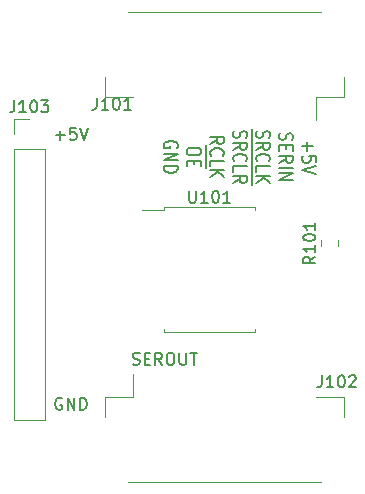
<source format=gbr>
G04 #@! TF.GenerationSoftware,KiCad,Pcbnew,5.1.5-52549c5~84~ubuntu18.04.1*
G04 #@! TF.CreationDate,2019-12-04T11:12:13-07:00*
G04 #@! TF.ProjectId,relay-shift,72656c61-792d-4736-9869-66742e6b6963,rev?*
G04 #@! TF.SameCoordinates,Original*
G04 #@! TF.FileFunction,Legend,Top*
G04 #@! TF.FilePolarity,Positive*
%FSLAX46Y46*%
G04 Gerber Fmt 4.6, Leading zero omitted, Abs format (unit mm)*
G04 Created by KiCad (PCBNEW 5.1.5-52549c5~84~ubuntu18.04.1) date 2019-12-04 11:12:13*
%MOMM*%
%LPD*%
G04 APERTURE LIST*
%ADD10C,0.150000*%
%ADD11C,0.120000*%
G04 APERTURE END LIST*
D10*
X151003333Y-84224761D02*
X151146190Y-84272380D01*
X151384285Y-84272380D01*
X151479523Y-84224761D01*
X151527142Y-84177142D01*
X151574761Y-84081904D01*
X151574761Y-83986666D01*
X151527142Y-83891428D01*
X151479523Y-83843809D01*
X151384285Y-83796190D01*
X151193809Y-83748571D01*
X151098571Y-83700952D01*
X151050952Y-83653333D01*
X151003333Y-83558095D01*
X151003333Y-83462857D01*
X151050952Y-83367619D01*
X151098571Y-83320000D01*
X151193809Y-83272380D01*
X151431904Y-83272380D01*
X151574761Y-83320000D01*
X152003333Y-83748571D02*
X152336666Y-83748571D01*
X152479523Y-84272380D02*
X152003333Y-84272380D01*
X152003333Y-83272380D01*
X152479523Y-83272380D01*
X153479523Y-84272380D02*
X153146190Y-83796190D01*
X152908095Y-84272380D02*
X152908095Y-83272380D01*
X153289047Y-83272380D01*
X153384285Y-83320000D01*
X153431904Y-83367619D01*
X153479523Y-83462857D01*
X153479523Y-83605714D01*
X153431904Y-83700952D01*
X153384285Y-83748571D01*
X153289047Y-83796190D01*
X152908095Y-83796190D01*
X154098571Y-83272380D02*
X154289047Y-83272380D01*
X154384285Y-83320000D01*
X154479523Y-83415238D01*
X154527142Y-83605714D01*
X154527142Y-83939047D01*
X154479523Y-84129523D01*
X154384285Y-84224761D01*
X154289047Y-84272380D01*
X154098571Y-84272380D01*
X154003333Y-84224761D01*
X153908095Y-84129523D01*
X153860476Y-83939047D01*
X153860476Y-83605714D01*
X153908095Y-83415238D01*
X154003333Y-83320000D01*
X154098571Y-83272380D01*
X154955714Y-83272380D02*
X154955714Y-84081904D01*
X155003333Y-84177142D01*
X155050952Y-84224761D01*
X155146190Y-84272380D01*
X155336666Y-84272380D01*
X155431904Y-84224761D01*
X155479523Y-84177142D01*
X155527142Y-84081904D01*
X155527142Y-83272380D01*
X155860476Y-83272380D02*
X156431904Y-83272380D01*
X156146190Y-84272380D02*
X156146190Y-83272380D01*
X165784285Y-65389285D02*
X165784285Y-66151190D01*
X165327142Y-65770238D02*
X166241428Y-65770238D01*
X166527142Y-67103571D02*
X166527142Y-66627380D01*
X165955714Y-66579761D01*
X166012857Y-66627380D01*
X166070000Y-66722619D01*
X166070000Y-66960714D01*
X166012857Y-67055952D01*
X165955714Y-67103571D01*
X165841428Y-67151190D01*
X165555714Y-67151190D01*
X165441428Y-67103571D01*
X165384285Y-67055952D01*
X165327142Y-66960714D01*
X165327142Y-66722619D01*
X165384285Y-66627380D01*
X165441428Y-66579761D01*
X166527142Y-67436904D02*
X165327142Y-67770238D01*
X166527142Y-68103571D01*
X163434285Y-64675000D02*
X163377142Y-64817857D01*
X163377142Y-65055952D01*
X163434285Y-65151190D01*
X163491428Y-65198809D01*
X163605714Y-65246428D01*
X163720000Y-65246428D01*
X163834285Y-65198809D01*
X163891428Y-65151190D01*
X163948571Y-65055952D01*
X164005714Y-64865476D01*
X164062857Y-64770238D01*
X164120000Y-64722619D01*
X164234285Y-64675000D01*
X164348571Y-64675000D01*
X164462857Y-64722619D01*
X164520000Y-64770238D01*
X164577142Y-64865476D01*
X164577142Y-65103571D01*
X164520000Y-65246428D01*
X164005714Y-65675000D02*
X164005714Y-66008333D01*
X163377142Y-66151190D02*
X163377142Y-65675000D01*
X164577142Y-65675000D01*
X164577142Y-66151190D01*
X163377142Y-67151190D02*
X163948571Y-66817857D01*
X163377142Y-66579761D02*
X164577142Y-66579761D01*
X164577142Y-66960714D01*
X164520000Y-67055952D01*
X164462857Y-67103571D01*
X164348571Y-67151190D01*
X164177142Y-67151190D01*
X164062857Y-67103571D01*
X164005714Y-67055952D01*
X163948571Y-66960714D01*
X163948571Y-66579761D01*
X163377142Y-67579761D02*
X164577142Y-67579761D01*
X163377142Y-68055952D02*
X164577142Y-68055952D01*
X163377142Y-68627380D01*
X164577142Y-68627380D01*
X161484285Y-64484523D02*
X161427142Y-64627380D01*
X161427142Y-64865476D01*
X161484285Y-64960714D01*
X161541428Y-65008333D01*
X161655714Y-65055952D01*
X161770000Y-65055952D01*
X161884285Y-65008333D01*
X161941428Y-64960714D01*
X161998571Y-64865476D01*
X162055714Y-64675000D01*
X162112857Y-64579761D01*
X162170000Y-64532142D01*
X162284285Y-64484523D01*
X162398571Y-64484523D01*
X162512857Y-64532142D01*
X162570000Y-64579761D01*
X162627142Y-64675000D01*
X162627142Y-64913095D01*
X162570000Y-65055952D01*
X161427142Y-66055952D02*
X161998571Y-65722619D01*
X161427142Y-65484523D02*
X162627142Y-65484523D01*
X162627142Y-65865476D01*
X162570000Y-65960714D01*
X162512857Y-66008333D01*
X162398571Y-66055952D01*
X162227142Y-66055952D01*
X162112857Y-66008333D01*
X162055714Y-65960714D01*
X161998571Y-65865476D01*
X161998571Y-65484523D01*
X161541428Y-67055952D02*
X161484285Y-67008333D01*
X161427142Y-66865476D01*
X161427142Y-66770238D01*
X161484285Y-66627380D01*
X161598571Y-66532142D01*
X161712857Y-66484523D01*
X161941428Y-66436904D01*
X162112857Y-66436904D01*
X162341428Y-66484523D01*
X162455714Y-66532142D01*
X162570000Y-66627380D01*
X162627142Y-66770238D01*
X162627142Y-66865476D01*
X162570000Y-67008333D01*
X162512857Y-67055952D01*
X161427142Y-67960714D02*
X161427142Y-67484523D01*
X162627142Y-67484523D01*
X161427142Y-68294047D02*
X162627142Y-68294047D01*
X161427142Y-68865476D02*
X162112857Y-68436904D01*
X162627142Y-68865476D02*
X161941428Y-68294047D01*
X161079000Y-64294047D02*
X161079000Y-65246428D01*
X159534285Y-64484523D02*
X159477142Y-64627380D01*
X159477142Y-64865476D01*
X159534285Y-64960714D01*
X159591428Y-65008333D01*
X159705714Y-65055952D01*
X159820000Y-65055952D01*
X159934285Y-65008333D01*
X159991428Y-64960714D01*
X160048571Y-64865476D01*
X160105714Y-64675000D01*
X160162857Y-64579761D01*
X160220000Y-64532142D01*
X160334285Y-64484523D01*
X160448571Y-64484523D01*
X160562857Y-64532142D01*
X160620000Y-64579761D01*
X160677142Y-64675000D01*
X160677142Y-64913095D01*
X160620000Y-65055952D01*
X161079000Y-65246428D02*
X161079000Y-66246428D01*
X159477142Y-66055952D02*
X160048571Y-65722619D01*
X159477142Y-65484523D02*
X160677142Y-65484523D01*
X160677142Y-65865476D01*
X160620000Y-65960714D01*
X160562857Y-66008333D01*
X160448571Y-66055952D01*
X160277142Y-66055952D01*
X160162857Y-66008333D01*
X160105714Y-65960714D01*
X160048571Y-65865476D01*
X160048571Y-65484523D01*
X161079000Y-66246428D02*
X161079000Y-67246428D01*
X159591428Y-67055952D02*
X159534285Y-67008333D01*
X159477142Y-66865476D01*
X159477142Y-66770238D01*
X159534285Y-66627380D01*
X159648571Y-66532142D01*
X159762857Y-66484523D01*
X159991428Y-66436904D01*
X160162857Y-66436904D01*
X160391428Y-66484523D01*
X160505714Y-66532142D01*
X160620000Y-66627380D01*
X160677142Y-66770238D01*
X160677142Y-66865476D01*
X160620000Y-67008333D01*
X160562857Y-67055952D01*
X161079000Y-67246428D02*
X161079000Y-68055952D01*
X159477142Y-67960714D02*
X159477142Y-67484523D01*
X160677142Y-67484523D01*
X161079000Y-68055952D02*
X161079000Y-69055952D01*
X159477142Y-68865476D02*
X160048571Y-68532142D01*
X159477142Y-68294047D02*
X160677142Y-68294047D01*
X160677142Y-68675000D01*
X160620000Y-68770238D01*
X160562857Y-68817857D01*
X160448571Y-68865476D01*
X160277142Y-68865476D01*
X160162857Y-68817857D01*
X160105714Y-68770238D01*
X160048571Y-68675000D01*
X160048571Y-68294047D01*
X157527142Y-65579761D02*
X158098571Y-65246428D01*
X157527142Y-65008333D02*
X158727142Y-65008333D01*
X158727142Y-65389285D01*
X158670000Y-65484523D01*
X158612857Y-65532142D01*
X158498571Y-65579761D01*
X158327142Y-65579761D01*
X158212857Y-65532142D01*
X158155714Y-65484523D01*
X158098571Y-65389285D01*
X158098571Y-65008333D01*
X157641428Y-66579761D02*
X157584285Y-66532142D01*
X157527142Y-66389285D01*
X157527142Y-66294047D01*
X157584285Y-66151190D01*
X157698571Y-66055952D01*
X157812857Y-66008333D01*
X158041428Y-65960714D01*
X158212857Y-65960714D01*
X158441428Y-66008333D01*
X158555714Y-66055952D01*
X158670000Y-66151190D01*
X158727142Y-66294047D01*
X158727142Y-66389285D01*
X158670000Y-66532142D01*
X158612857Y-66579761D01*
X157527142Y-67484523D02*
X157527142Y-67008333D01*
X158727142Y-67008333D01*
X157527142Y-67817857D02*
X158727142Y-67817857D01*
X157527142Y-68389285D02*
X158212857Y-67960714D01*
X158727142Y-68389285D02*
X158041428Y-67817857D01*
X157179000Y-65698809D02*
X157179000Y-66746428D01*
X156777142Y-66127380D02*
X156777142Y-66317857D01*
X156720000Y-66413095D01*
X156605714Y-66508333D01*
X156377142Y-66555952D01*
X155977142Y-66555952D01*
X155748571Y-66508333D01*
X155634285Y-66413095D01*
X155577142Y-66317857D01*
X155577142Y-66127380D01*
X155634285Y-66032142D01*
X155748571Y-65936904D01*
X155977142Y-65889285D01*
X156377142Y-65889285D01*
X156605714Y-65936904D01*
X156720000Y-66032142D01*
X156777142Y-66127380D01*
X157179000Y-66746428D02*
X157179000Y-67651190D01*
X156205714Y-66984523D02*
X156205714Y-67317857D01*
X155577142Y-67460714D02*
X155577142Y-66984523D01*
X156777142Y-66984523D01*
X156777142Y-67460714D01*
X154770000Y-65913095D02*
X154827142Y-65817857D01*
X154827142Y-65675000D01*
X154770000Y-65532142D01*
X154655714Y-65436904D01*
X154541428Y-65389285D01*
X154312857Y-65341666D01*
X154141428Y-65341666D01*
X153912857Y-65389285D01*
X153798571Y-65436904D01*
X153684285Y-65532142D01*
X153627142Y-65675000D01*
X153627142Y-65770238D01*
X153684285Y-65913095D01*
X153741428Y-65960714D01*
X154141428Y-65960714D01*
X154141428Y-65770238D01*
X153627142Y-66389285D02*
X154827142Y-66389285D01*
X153627142Y-66960714D01*
X154827142Y-66960714D01*
X153627142Y-67436904D02*
X154827142Y-67436904D01*
X154827142Y-67675000D01*
X154770000Y-67817857D01*
X154655714Y-67913095D01*
X154541428Y-67960714D01*
X154312857Y-68008333D01*
X154141428Y-68008333D01*
X153912857Y-67960714D01*
X153798571Y-67913095D01*
X153684285Y-67817857D01*
X153627142Y-67675000D01*
X153627142Y-67436904D01*
X145004404Y-87130000D02*
X144909166Y-87082380D01*
X144766309Y-87082380D01*
X144623452Y-87130000D01*
X144528214Y-87225238D01*
X144480595Y-87320476D01*
X144432976Y-87510952D01*
X144432976Y-87653809D01*
X144480595Y-87844285D01*
X144528214Y-87939523D01*
X144623452Y-88034761D01*
X144766309Y-88082380D01*
X144861547Y-88082380D01*
X145004404Y-88034761D01*
X145052023Y-87987142D01*
X145052023Y-87653809D01*
X144861547Y-87653809D01*
X145480595Y-88082380D02*
X145480595Y-87082380D01*
X146052023Y-88082380D01*
X146052023Y-87082380D01*
X146528214Y-88082380D02*
X146528214Y-87082380D01*
X146766309Y-87082380D01*
X146909166Y-87130000D01*
X147004404Y-87225238D01*
X147052023Y-87320476D01*
X147099642Y-87510952D01*
X147099642Y-87653809D01*
X147052023Y-87844285D01*
X147004404Y-87939523D01*
X146909166Y-88034761D01*
X146766309Y-88082380D01*
X146528214Y-88082380D01*
X144480595Y-64841428D02*
X145242500Y-64841428D01*
X144861547Y-65222380D02*
X144861547Y-64460476D01*
X146194880Y-64222380D02*
X145718690Y-64222380D01*
X145671071Y-64698571D01*
X145718690Y-64650952D01*
X145813928Y-64603333D01*
X146052023Y-64603333D01*
X146147261Y-64650952D01*
X146194880Y-64698571D01*
X146242500Y-64793809D01*
X146242500Y-65031904D01*
X146194880Y-65127142D01*
X146147261Y-65174761D01*
X146052023Y-65222380D01*
X145813928Y-65222380D01*
X145718690Y-65174761D01*
X145671071Y-65127142D01*
X146528214Y-64222380D02*
X146861547Y-65222380D01*
X147194880Y-64222380D01*
D11*
X153620000Y-71195000D02*
X151805000Y-71195000D01*
X153620000Y-70940000D02*
X153620000Y-71195000D01*
X157480000Y-70940000D02*
X153620000Y-70940000D01*
X161340000Y-70940000D02*
X161340000Y-71195000D01*
X157480000Y-70940000D02*
X161340000Y-70940000D01*
X153620000Y-81460000D02*
X153620000Y-81205000D01*
X157480000Y-81460000D02*
X153620000Y-81460000D01*
X161340000Y-81460000D02*
X161340000Y-81205000D01*
X157480000Y-81460000D02*
X161340000Y-81460000D01*
X168350000Y-74251078D02*
X168350000Y-73733922D01*
X166930000Y-74251078D02*
X166930000Y-73733922D01*
X140910000Y-63440000D02*
X142240000Y-63440000D01*
X140910000Y-64770000D02*
X140910000Y-63440000D01*
X140910000Y-66040000D02*
X143570000Y-66040000D01*
X143570000Y-66040000D02*
X143570000Y-88960000D01*
X140910000Y-66040000D02*
X140910000Y-88960000D01*
X140910000Y-88960000D02*
X143570000Y-88960000D01*
X150560000Y-94160000D02*
X166940000Y-94160000D01*
X168860000Y-86990000D02*
X166510000Y-86990000D01*
X168860000Y-88690000D02*
X168860000Y-86990000D01*
X150990000Y-86990000D02*
X150990000Y-85050000D01*
X148640000Y-86990000D02*
X150990000Y-86990000D01*
X148640000Y-88690000D02*
X148640000Y-86990000D01*
X166940000Y-54430000D02*
X150560000Y-54430000D01*
X148640000Y-61600000D02*
X150990000Y-61600000D01*
X148640000Y-59900000D02*
X148640000Y-61600000D01*
X166510000Y-61600000D02*
X166510000Y-63540000D01*
X168860000Y-61600000D02*
X166510000Y-61600000D01*
X168860000Y-59900000D02*
X168860000Y-61600000D01*
D10*
X155765714Y-69552380D02*
X155765714Y-70361904D01*
X155813333Y-70457142D01*
X155860952Y-70504761D01*
X155956190Y-70552380D01*
X156146666Y-70552380D01*
X156241904Y-70504761D01*
X156289523Y-70457142D01*
X156337142Y-70361904D01*
X156337142Y-69552380D01*
X157337142Y-70552380D02*
X156765714Y-70552380D01*
X157051428Y-70552380D02*
X157051428Y-69552380D01*
X156956190Y-69695238D01*
X156860952Y-69790476D01*
X156765714Y-69838095D01*
X157956190Y-69552380D02*
X158051428Y-69552380D01*
X158146666Y-69600000D01*
X158194285Y-69647619D01*
X158241904Y-69742857D01*
X158289523Y-69933333D01*
X158289523Y-70171428D01*
X158241904Y-70361904D01*
X158194285Y-70457142D01*
X158146666Y-70504761D01*
X158051428Y-70552380D01*
X157956190Y-70552380D01*
X157860952Y-70504761D01*
X157813333Y-70457142D01*
X157765714Y-70361904D01*
X157718095Y-70171428D01*
X157718095Y-69933333D01*
X157765714Y-69742857D01*
X157813333Y-69647619D01*
X157860952Y-69600000D01*
X157956190Y-69552380D01*
X159241904Y-70552380D02*
X158670476Y-70552380D01*
X158956190Y-70552380D02*
X158956190Y-69552380D01*
X158860952Y-69695238D01*
X158765714Y-69790476D01*
X158670476Y-69838095D01*
X166442380Y-75111547D02*
X165966190Y-75444880D01*
X166442380Y-75682976D02*
X165442380Y-75682976D01*
X165442380Y-75302023D01*
X165490000Y-75206785D01*
X165537619Y-75159166D01*
X165632857Y-75111547D01*
X165775714Y-75111547D01*
X165870952Y-75159166D01*
X165918571Y-75206785D01*
X165966190Y-75302023D01*
X165966190Y-75682976D01*
X166442380Y-74159166D02*
X166442380Y-74730595D01*
X166442380Y-74444880D02*
X165442380Y-74444880D01*
X165585238Y-74540119D01*
X165680476Y-74635357D01*
X165728095Y-74730595D01*
X165442380Y-73540119D02*
X165442380Y-73444880D01*
X165490000Y-73349642D01*
X165537619Y-73302023D01*
X165632857Y-73254404D01*
X165823333Y-73206785D01*
X166061428Y-73206785D01*
X166251904Y-73254404D01*
X166347142Y-73302023D01*
X166394761Y-73349642D01*
X166442380Y-73444880D01*
X166442380Y-73540119D01*
X166394761Y-73635357D01*
X166347142Y-73682976D01*
X166251904Y-73730595D01*
X166061428Y-73778214D01*
X165823333Y-73778214D01*
X165632857Y-73730595D01*
X165537619Y-73682976D01*
X165490000Y-73635357D01*
X165442380Y-73540119D01*
X166442380Y-72254404D02*
X166442380Y-72825833D01*
X166442380Y-72540119D02*
X165442380Y-72540119D01*
X165585238Y-72635357D01*
X165680476Y-72730595D01*
X165728095Y-72825833D01*
X140954285Y-61892380D02*
X140954285Y-62606666D01*
X140906666Y-62749523D01*
X140811428Y-62844761D01*
X140668571Y-62892380D01*
X140573333Y-62892380D01*
X141954285Y-62892380D02*
X141382857Y-62892380D01*
X141668571Y-62892380D02*
X141668571Y-61892380D01*
X141573333Y-62035238D01*
X141478095Y-62130476D01*
X141382857Y-62178095D01*
X142573333Y-61892380D02*
X142668571Y-61892380D01*
X142763809Y-61940000D01*
X142811428Y-61987619D01*
X142859047Y-62082857D01*
X142906666Y-62273333D01*
X142906666Y-62511428D01*
X142859047Y-62701904D01*
X142811428Y-62797142D01*
X142763809Y-62844761D01*
X142668571Y-62892380D01*
X142573333Y-62892380D01*
X142478095Y-62844761D01*
X142430476Y-62797142D01*
X142382857Y-62701904D01*
X142335238Y-62511428D01*
X142335238Y-62273333D01*
X142382857Y-62082857D01*
X142430476Y-61987619D01*
X142478095Y-61940000D01*
X142573333Y-61892380D01*
X143240000Y-61892380D02*
X143859047Y-61892380D01*
X143525714Y-62273333D01*
X143668571Y-62273333D01*
X143763809Y-62320952D01*
X143811428Y-62368571D01*
X143859047Y-62463809D01*
X143859047Y-62701904D01*
X143811428Y-62797142D01*
X143763809Y-62844761D01*
X143668571Y-62892380D01*
X143382857Y-62892380D01*
X143287619Y-62844761D01*
X143240000Y-62797142D01*
X166989285Y-85177380D02*
X166989285Y-85891666D01*
X166941666Y-86034523D01*
X166846428Y-86129761D01*
X166703571Y-86177380D01*
X166608333Y-86177380D01*
X167989285Y-86177380D02*
X167417857Y-86177380D01*
X167703571Y-86177380D02*
X167703571Y-85177380D01*
X167608333Y-85320238D01*
X167513095Y-85415476D01*
X167417857Y-85463095D01*
X168608333Y-85177380D02*
X168703571Y-85177380D01*
X168798809Y-85225000D01*
X168846428Y-85272619D01*
X168894047Y-85367857D01*
X168941666Y-85558333D01*
X168941666Y-85796428D01*
X168894047Y-85986904D01*
X168846428Y-86082142D01*
X168798809Y-86129761D01*
X168703571Y-86177380D01*
X168608333Y-86177380D01*
X168513095Y-86129761D01*
X168465476Y-86082142D01*
X168417857Y-85986904D01*
X168370238Y-85796428D01*
X168370238Y-85558333D01*
X168417857Y-85367857D01*
X168465476Y-85272619D01*
X168513095Y-85225000D01*
X168608333Y-85177380D01*
X169322619Y-85272619D02*
X169370238Y-85225000D01*
X169465476Y-85177380D01*
X169703571Y-85177380D01*
X169798809Y-85225000D01*
X169846428Y-85272619D01*
X169894047Y-85367857D01*
X169894047Y-85463095D01*
X169846428Y-85605952D01*
X169275000Y-86177380D01*
X169894047Y-86177380D01*
X147939285Y-61682380D02*
X147939285Y-62396666D01*
X147891666Y-62539523D01*
X147796428Y-62634761D01*
X147653571Y-62682380D01*
X147558333Y-62682380D01*
X148939285Y-62682380D02*
X148367857Y-62682380D01*
X148653571Y-62682380D02*
X148653571Y-61682380D01*
X148558333Y-61825238D01*
X148463095Y-61920476D01*
X148367857Y-61968095D01*
X149558333Y-61682380D02*
X149653571Y-61682380D01*
X149748809Y-61730000D01*
X149796428Y-61777619D01*
X149844047Y-61872857D01*
X149891666Y-62063333D01*
X149891666Y-62301428D01*
X149844047Y-62491904D01*
X149796428Y-62587142D01*
X149748809Y-62634761D01*
X149653571Y-62682380D01*
X149558333Y-62682380D01*
X149463095Y-62634761D01*
X149415476Y-62587142D01*
X149367857Y-62491904D01*
X149320238Y-62301428D01*
X149320238Y-62063333D01*
X149367857Y-61872857D01*
X149415476Y-61777619D01*
X149463095Y-61730000D01*
X149558333Y-61682380D01*
X150844047Y-62682380D02*
X150272619Y-62682380D01*
X150558333Y-62682380D02*
X150558333Y-61682380D01*
X150463095Y-61825238D01*
X150367857Y-61920476D01*
X150272619Y-61968095D01*
M02*

</source>
